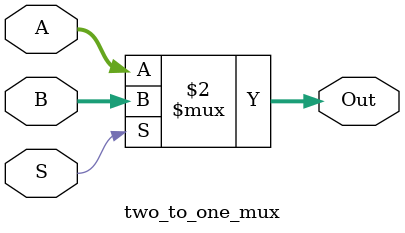
<source format=v>
`timescale 1ns / 1ps


module two_to_one_mux(
    input[3:0] A,
    input[3:0] B,
    input S,
    output[3:0] Out
    );
        
    assign Out = (S == 1'b0) ? A : B; 
endmodule

</source>
